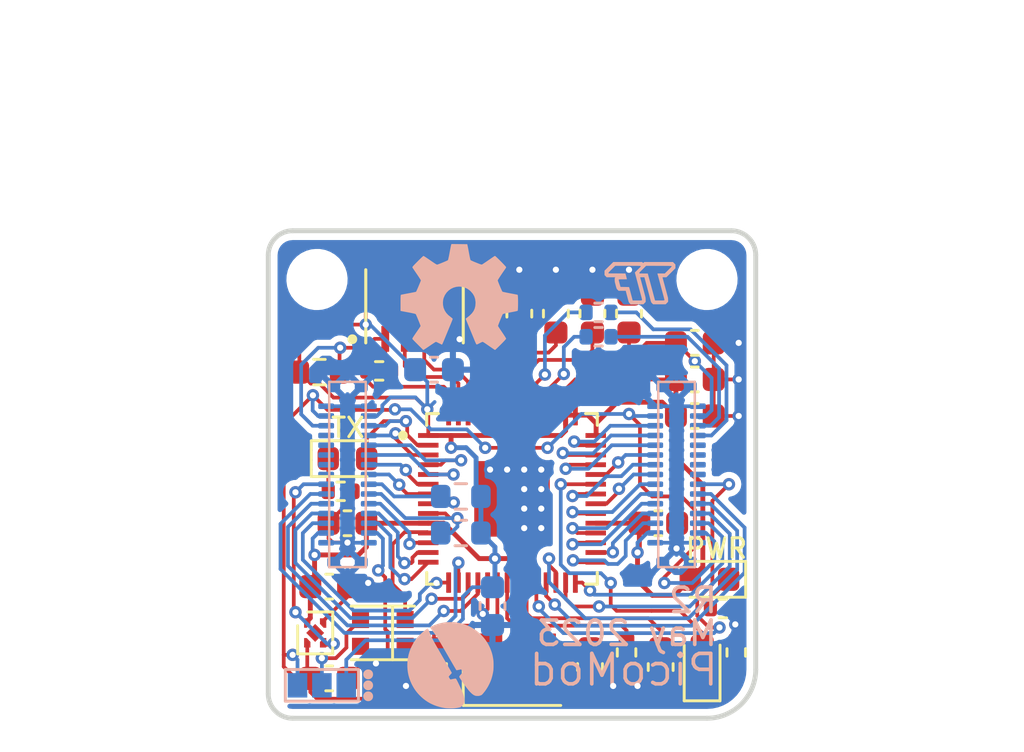
<source format=kicad_pcb>
(kicad_pcb (version 20221018) (generator pcbnew)
  (layers (0 "F.Cu" signal) (31 "B.Cu" signal) (34 "B.Paste" user) (35 "F.Paste" user) (36 "B.SilkS" user "B.Silkscreen") (37 "F.SilkS" user "F.Silkscreen") (38 "B.Mask" user) (39 "F.Mask" user) (44 "Edge.Cuts" user))
  (net 0 "")
  (net 1 "+3V3")
  (net 2 "GND")
  (net 3 "Net-(U1-VREG_VOUT)")
  (net 4 "/XIN")
  (net 5 "Net-(C14-Pad1)")
  (net 6 "+5V")
  (net 7 "Net-(D1-K)")
  (net 8 "/USB_DP")
  (net 9 "/USB_DM")
  (net 10 "/LED")
  (net 12 "/LED_DI")
  (net 22 "Net-(U1-USB_DM)")
  (net 23 "Net-(U1-USB_DP)")
  (net 24 "/TX0")
  (net 25 "/RX0")
  (net 26 "/SCK0")
  (net 27 "/MOSI0")
  (net 28 "/MISO0")
  (net 29 "/GPIO5")
  (net 30 "/qCSN")
  (net 31 "/XOUT")
  (net 32 "/SDA")
  (net 33 "/GPIO9")
  (net 34 "/GPIO10")
  (net 35 "/GPIO11")
  (net 36 "/MISO1")
  (net 37 "/SWCLK")
  (net 38 "/SWDIO")
  (net 39 "/RUN")
  (net 40 "/GPIO13")
  (net 41 "/SCK1")
  (net 42 "/qSD3")
  (net 43 "/qSD0")
  (net 44 "/qSD2")
  (net 45 "/qSD1")
  (net 46 "/MOSI1")
  (net 47 "/GPIO16")
  (net 48 "/GPIO17")
  (net 49 "/GPIO18")
  (net 50 "/GPIO19")
  (net 51 "/GPIO20")
  (net 52 "/GPIO21")
  (net 53 "/GPIO22")
  (net 54 "/GPIO23")
  (net 55 "/GPIO24")
  (net 56 "/ADC0")
  (net 57 "/ADC1")
  (net 58 "/ADC2")
  (net 59 "/ADC3")
  (net 60 "/SCL")
  (net 61 "Net-(D3-K)")
  (net 62 "Net-(D4-K)")
  (net 63 "/BOOTSEL")
  (net 64 "/qSCK")
  (net 65 "/VREG_EN")
  (net 66 "/LED_PWR")
  (footprint "Capacitor_SMD:C_0603_1608Metric" (layer "F.Cu") (at 36 32)
    (fp_text reference "C3" hide)
    (fp_text value "100n")
  )
  (footprint "Resistor_SMD:R_0402_1005Metric" (layer "F.Cu") (at 24.55 25.75)
    (fp_text reference "R3" hide)
    (fp_text value "1k")
  )
  (footprint "Capacitor_SMD:C_0603_1608Metric" (layer "F.Cu") (at 22.5 38.365)
    (fp_text reference "C15" hide)
    (fp_text value "1u")
  )
  (footprint "Resistor_SMD:R_0402_1005Metric" (layer "F.Cu") (at 39.2 37.3 90)
    (fp_text reference "R8" hide)
    (fp_text value "33")
  )
  (footprint "Capacitor_SMD:C_0603_1608Metric" (layer "F.Cu") (at 37.5 26.1)
    (fp_text reference "C4" hide)
    (fp_text value "100n")
  )
  (footprint "Resistor_SMD:R_0402_1005Metric" (layer "F.Cu") (at 22.97 30.69)
    (fp_text reference "R10" hide)
    (fp_text value "33")
  )
  (footprint "Capacitor_SMD:C_0603_1608Metric" (layer "F.Cu") (at 23.25 32 180)
    (fp_text reference "C12" hide)
    (fp_text value "100n")
  )
  (footprint "Customs_LED:LED_WS2812B_PLCC4_2.0x2.0mm_P0.4mm" (layer "F.Cu") (at 24.7 36.5)
    (fp_text reference "D2" hide)
    (fp_text value "WS2812B")
  )
  (footprint "Capacitor_SMD:C_0603_1608Metric" (layer "F.Cu") (at 33.3 23.4 90)
    (fp_text reference "C2" hide)
    (fp_text value "100n")
  )
  (footprint "Capacitor_SMD:C_0603_1608Metric" (layer "F.Cu") (at 37.5 27.6)
    (fp_text reference "C5" hide)
    (fp_text value "100n")
  )
  (footprint "MountingHole:MountingHole_2.2mm_M2_ISO7380" (layer "F.Cu") (at 22 22)
    (fp_text reference "REF**" hide)
    (fp_text value "MountingHole_2.2mm_M2_ISO7380")
  )
  (footprint "Customs_Memory:SON80P400X300X60-10N" (layer "F.Cu") (at 26 23.1 90)
    (fp_text reference "U2" hide)
    (fp_text value locked "MX25L3233FZBI")
  )
  (footprint "Resistor_SMD:R_0603_1608Metric" (layer "F.Cu") (at 22.1 25.8 180)
    (fp_text reference "R4" hide)
    (fp_text value "DNP")
  )
  (footprint "Capacitor_SMD:C_0603_1608Metric" (layer "F.Cu") (at 33.2 37.9 -90)
    (fp_text reference "C14" hide)
    (fp_text value "22pf")
  )
  (footprint "Capacitor_SMD:C_0603_1608Metric" (layer "F.Cu") (at 37.5 24.6)
    (fp_text reference "C11" hide)
    (fp_text value "1u")
  )
  (footprint "Capacitor_SMD:C_0603_1608Metric" (layer "F.Cu") (at 22.5 34.6)
    (fp_text reference "C16" hide)
    (fp_text value "1u")
  )
  (footprint "LED_SMD:LED_0603_1608Metric" (layer "F.Cu") (at 37.8 37.8 90)
    (fp_text reference "D1" hide)
    (fp_text value "LED")
  )
  (footprint "LED_SMD:LED_0603_1608Metric" (layer "F.Cu") (at 38.1 34.3 180)
    (fp_text reference "D3" hide)
    (fp_text value "LED")
  )
  (footprint "Crystal:Crystal_SMD_SeikoEpson_TSX3225-4Pin_3.2x2.5mm" (layer "F.Cu") (at 30 37.9)
    (fp_text reference "Y1" hide)
    (fp_text value "12MHz")
  )
  (footprint "Resistor_SMD:R_0402_1005Metric" (layer "F.Cu") (at 38.65 35.5)
    (fp_text reference "R9" hide)
    (fp_text value "33")
  )
  (footprint "MountingHole:MountingHole_2.2mm_M2_ISO7380" (layer "F.Cu") (at 38 22)
    (fp_text reference "REF**" hide)
    (fp_text value "MountingHole_2.2mm_M2_ISO7380")
  )
  (footprint "Capacitor_SMD:C_0603_1608Metric" (layer "F.Cu") (at 36.1 37.9 -90)
    (fp_text reference "C10" hide)
    (fp_text value "100n")
  )
  (footprint "Capacitor_SMD:C_0603_1608Metric" (layer "F.Cu") (at 26.8 37.9 -90)
    (fp_text reference "C13" hide)
    (fp_text value "22pf")
  )
  (footprint "RP2040:QFN40P700X700X90-57N" (layer "F.Cu") (at 30 31)
    (fp_text reference "U1" hide)
    (fp_text value "RP2040")
  )
  (footprint "Capacitor_SMD:C_0603_1608Metric" (layer "F.Cu") (at 31.8 23.4 90)
    (fp_text reference "C1" hide)
    (fp_text value "100n")
  )
  (footprint "LED_SMD:LED_0603_1608Metric" (layer "F.Cu") (at 23.25 29.35)
    (fp_text reference "D4" hide)
    (fp_text value "LED")
  )
  (footprint "Capacitor_SMD:C_0603_1608Metric" (layer "F.Cu") (at 30.3 23.4 90)
    (fp_text reference "C8" hide)
    (fp_text value "1u")
  )
  (footprint "Resistor_SMD:R_0402_1005Metric" (layer "F.Cu") (at 34.7 37.3 -90)
    (fp_text reference "R5" hide)
    (fp_text value "1k")
  )
  (footprint "Capacitor_SMD:C_0603_1608Metric" (layer "F.Cu") (at 34.8 23.4 90)
    (fp_text reference "C9" hide)
    (fp_text value "100n")
  )
  (footprint "Package_DFN_QFN:OnSemi_XDFN4-1EP_1.0x1.0mm_EP0.52x0.52mm" (layer "F.Cu") (at 21.925 36.5)
    (fp_text reference "U3" hide)
    (fp_text value "NCP163AFCT330T2G")
  )
  (footprint "LOGO" (layer "B.Cu") (at 35.25 22.15 180)
    (fp_text reference "G***" hide)
    (fp_text value "LOGO" hide)
  )
  (footprint "Resistor_SMD:R_0603_1608Metric" (layer "B.Cu") (at 27.9 30.9)
    (fp_text reference "R6" hide)
    (fp_text value "4.7k")
  )
  (footprint "Resistor_SMD:R_0402_1005Metric" (layer "B.Cu") (at 33.55 23.35)
    (fp_text reference "R2" hide)
    (fp_text value "27")
  )
  (footprint "Customs_Connectors:TE-3-2363962-0_30x0.4mm_Plug" (layer "B.Cu") (at 23.25 30 90)
    (fp_text reference "J3" hide)
    (fp_text value "Conn_02x15_Top_Bottom")
  )
  (footprint "Customs_Connectors:TE-3-2363962-0_30x0.4mm_Plug" (layer "B.Cu") (at 36.75 30 90)
    (fp_text reference "J2" hide)
    (fp_text value "Conn_02x15_Top_Bottom")
  )
  (footprint "LOGO" (layer "B.Cu") (at 27.85 22.75 180)
    (fp_text reference "G***" hide)
    (fp_text value "LOGO" hide)
  )
  (footprint "Resistor_SMD:R_0603_1608Metric" (layer "B.Cu") (at 27.9 32.4)
    (fp_text reference "R7" hide)
    (fp_text value "4.7k")
  )
  (footprint "Resistor_SMD:R_0402_1005Metric" (layer "B.Cu") (at 33.55 24.35)
    (fp_text reference "R1" hide)
    (fp_text value "27")
  )
  (footprint "Capacitor_SMD:C_0603_1608Metric" (layer "B.Cu") (at 29.2 35.4 -90)
    (fp_text reference "C6" hide)
    (fp_text value "100n")
  )
  (footprint "Jumper:SolderJumper-3_P1.3mm_Open_RoundedPad1.0x1.5mm" (layer "B.Cu") (at 22.2 38.65 180)
    (fp_text reference "JP1" hide)
    (fp_text value "SolderJumper_3_Bridged12")
  )
  (footprint "LOGO" (layer "B.Cu") (at 27.5 37.9 180)
    (fp_text reference "G***" hide)
    (fp_text value "LOGO" hide)
  )
  (footprint "Capacitor_SMD:C_0603_1608Metric" (layer "B.Cu") (at 26.8 25.7)
    (fp_text reference "C7" hide)
    (fp_text value "100n")
  )
  (gr_circle (center 24.1 38.65) (end 24.1 38.75) (stroke (width 0.2)) (fill none) (layer "B.SilkS"))
  (gr_circle (center 24.1 39.1) (end 24.1 39.2) (stroke (width 0.2)) (fill none) (layer "B.SilkS"))
  (gr_circle (center 24.1 38.2) (end 24.1 38.3) (stroke (width 0.2)) (fill none) (layer "B.SilkS"))
  (gr_arc (start 20 20.999993) (mid 20.292891 20.292889) (end 20.999993 19.999993) (stroke (width 0.2)) (layer "Edge.Cuts"))
  (gr_line (start 38 40) (end 21.000001 40) (stroke (width 0.2)) (layer "Edge.Cuts"))
  (gr_line (start 20.999993 19.999993) (end 39.000127 19.999873) (stroke (width 0.2)) (layer "Edge.Cuts"))
  (gr_arc (start 39.000127 19.999873) (mid 39.707161 20.292809) (end 40 20.999873) (stroke (width 0.2)) (layer "Edge.Cuts"))
  (gr_line (start 40 20.999873) (end 40 38) (stroke (width 0.2)) (layer "Edge.Cuts"))
  (gr_arc (start 40 38) (mid 39.414214 39.414214) (end 38 40) (stroke (width 0.2)) (layer "Edge.Cuts"))
  (gr_line (start 20.000001 39) (end 20 20.999993) (stroke (width 0.2)) (layer "Edge.Cuts"))
  (gr_arc (start 21.000001 40) (mid 20.292894 39.707107) (end 20.000001 39) (stroke (width 0.2)) (layer "Edge.Cuts"))
  (gr_text "R2" (at 38.5 35.75) (layer "B.SilkS") (effects (font (size 1 1)) (justify left bottom mirror)))
  (gr_text "May 2023" (at 38.5 37.1) (layer "B.SilkS") (effects (font (size 1 1)) (justify left bottom mirror)))
  (gr_text "PicoMod" (at 38.55 38.75) (layer "B.SilkS") (effects (font (size 1.25 1.25)) (justify left bottom mirror)))
  (gr_text "TX" (at 22.5 28.55) (layer "F.SilkS") (effects (font (size 0.8 0.8) (thickness 0.125)) (justify left bottom)))
  (gr_text "PWR" (at 37.05 33.5) (layer "F.SilkS") (effects (font (size 0.8 0.8) (thickness 0.125)) (justify left bottom)))
  (segment (start 30.6 25.8) (end 30.6 27.865) (width 0.1524) (layer "F.Cu") (net 1))
  (segment (start 36.725 24.6) (end 35.527658 24.6) (width 0.1524) (layer "F.Cu") (net 1))
  (segment (start 29.3 33.45) (end 30.05 33.45) (width 0.2) (layer "F.Cu") (net 1))
  (segment (start 35.527658 24.6) (end 35.1048 25.022858) (width 0.1524) (layer "F.Cu") (net 1))
  (segment (start 32.6 27.565) (end 33.115 27.565) (width 0.2) (layer "F.Cu") (net 1))
  (segment (start 32.6 27.865) (end 32.6 27.1) (width 0.1524) (layer "F.Cu") (net 1))
  (segment (start 31.5 25) (end 30.9 25) (width 0.1524) (layer "F.Cu") (net 1))
  (segment (start 32.2 27) (end 32.2 27.865) (width 0.1524) (layer "F.Cu") (net 1))
  (segment (start 35.1048 25.026252) (end 33.681052 26.45) (width 0.1524) (layer "F.Cu") (net 1))
  (segment (start 21.7424 26.2674) (end 22.0999 26.2674) (width 0.1524) (layer "F.Cu") (net 1))
  (segment (start 21.725 35.89) (end 21.6 36.015) (width 0.2) (layer "F.Cu") (net 1))
  (segment (start 35.15 34.35) (end 35.7569 34.9569) (width 0.2) (layer "F.Cu") (net 1))
  (segment (start 30.2 33.6) (end 30.2 34.435) (width 0.2) (layer "F.Cu") (net 1))
  (segment (start 26.044186 26.84534) (end 26.524423 27.325577) (width 0.1524) (layer "F.Cu") (net 1))
  (segment (start 37.8286 30.4286) (end 37.8286 33.7839) (width 0.2) (layer "F.Cu") (net 1))
  (segment (start 35.225 33.025) (end 35.15 33.1) (width 0.1524) (layer "F.Cu") (net 1))
  (segment (start 21.725 34.6) (end 21.9 34.425) (width 0.2) (layer "F.Cu") (net 1))
  (segment (start 24.025 32.975) (end 24.025 32) (width 0.2) (layer "F.Cu") (net 1))
  (segment (start 31.8 24.175) (end 31.8 24.7) (width 0.1524) (layer "F.Cu") (net 1))
  (segment (start 27.5 28.4) (end 30.2 28.4) (width 0.2) (layer "F.Cu") (net 1))
  (segment (start 30.2 27.565) (end 30.2 28.4) (width 0.2) (layer "F.Cu") (net 1))
  (segment (start 21.725 34.6) (end 21.725 35.89) (width 0.2) (layer "F.Cu") (net 1))
  (segment (start 35.15 33.1) (end 35.15 33.2) (width 0.1524) (layer "F.Cu") (net 1))
  (segment (start 21.9 33.3) (end 23.7 33.3) (width 0.2) (layer "F.Cu") (net 1))
  (segment (start 30.2 25.7) (end 30.2 27.865) (width 0.1524) (layer "F.Cu") (net 1))
  (segment (start 26.565 28.4) (end 27.5 28.4) (width 0.2) (layer "F.Cu") (net 1))
  (segment (start 24 22.1) (end 24.335 21.765) (width 0.1524) (layer "F.Cu") (net 1))
  (segment (start 33.45 28.385) (end 33.435 28.4) (width 0.1524) (layer "F.Cu") (net 1))
  (segment (start 32 28.4) (end 32.2 28.2) (width 0.2) (layer "F.Cu") (net 1))
  (segment (start 35.15 33.2) (end 35.15 34.35) (width 0.2) (layer "F.Cu") (net 1))
  (segment (start 26.565 27.366154) (end 26.565 28.4) (width 0.1524) (layer "F.Cu") (net 1))
  (segment (start 27.2 32) (end 26.565 32) (width 0.2) (layer "F.Cu") (net 1))
  (segment (start 24.025 32) (end 26.565 32) (width 0.2) (layer "F.Cu") (net 1))
  (segment (start 36.75 24.6) (end 37.5 25.35) (width 0.1524) (layer "F.Cu") (net 1))
  (segment (start 21.275 25.8) (end 21.7424 26.2674) (width 0.1524) (layer "F.Cu") (net 1))
  (segment (start 30.6 27.565) (end 30.6 28.4) (width 0.2) (layer "F.Cu") (net 1))
  (segment (start 30.2 28.4) (end 30.6 28.4) (width 0.2) (layer "F.Cu") (net 1))
  (segment (start 33.3 24.175) (end 33.3 24.9) (width 0.1524) (layer "F.Cu") (net 1))
  (segment (start 33.681052 26.45) (end 32.75 26.45) (width 0.1524) (layer "F.Cu") (net 1))
  (segment (start 33.3 24.9) (end 32.9 25.3) (width 0.1524) (layer "F.Cu") (net 1))
  (segment (start 36.725 27.6) (end 36.725 26.1) (width 0.2) (layer "F.Cu") (net 1))
  (segment (start 32.6 27.1) (end 32.95 26.75) (width 0.1524) (layer "F.Cu") (net 1))
  (segment (start 35.1048 25.022858) (end 35.1048 25.026252) (width 0.1524) (layer "F.Cu") (net 1))
  (segment (start 35.7569 34.9569) (end 36.6556 34.9569) (width 0.2) (layer "F.Cu") (net 1))
  (segment (start 36.1603 27.0353) (end 34.3147 27.0353) (width 0.2) (layer "F.Cu") (net 1))
  (segment (start 37.8286 33.7839) (end 37.3125 34.3) (width 0.2) (layer "F.Cu") (net 1))
  (segment (start 26.524423 27.325577) (end 26.565 27.366154) (width 0.1524) (layer "F.Cu") (net 1))
  (segment (start 33.45 27.9) (end 33.45 28.385) (width 0.2) (layer "F.Cu") (net 1))
  (segment (start 32.2 28.2) (end 32.2 27.565) (width 0.2) (layer "F.Cu") (net 1))
  (segment (start 23.7 33.3) (end 24.025 32.975) (width 0.2) (layer "F.Cu") (net 1))
  (segment (start 22.05 23.85) (end 21.275 24.625) (width 0.1524) (layer "F.Cu") (net 1))
  (segment (start 33.8 26.75) (end 34.45 26.1) (width 0.1524) (layer "F.Cu") (net 1))
  (segment (start 36.6556 34.9569) (end 37.3125 34.3) (width 0.2) (layer "F.Cu") (net 1))
  (segment (start 32.6 27.565) (end 32.2 27.565) (width 0.2) (layer "F.Cu") (net 1))
  (segment (start 31.8 24.7) (end 31.5 25) (width 0.1524) (layer "F.Cu") (net 1))
  (segment (start 30.05 33.45) (end 30.2 33.6) (width 0.2) (layer "F.Cu") (net 1))
  (segment (start 30.6 28.4) (end 32 28.4) (width 0.2) (layer "F.Cu") (net 1))
  (segment (start 31.1 25.3) (end 30.6 25.8) (width 0.1524) (layer "F.Cu") (net 1))
  (segment (start 24 23.85) (end 22.05 23.85) (width 0.1524) (layer "F.Cu") (net 1))
  (segment (start 36.725 27.6) (end 36.725 29.325) (width 0.2) (layer "F.Cu") (net 1))
  (segment (start 36.725 24.6) (end 36.75 24.6) (width 0.1524) (layer "F.Cu") (net 1))
  (segment (start 21.9 34.425) (end 21.9 33.3) (width 0.2) (layer "F.Cu") (net 1))
  (segment (start 33.115 27.565) (end 33.45 27.9) (width 0.2) (layer "F.Cu") (net 1))
  (segment (start 36.725 24.6) (end 36.725 26.1) (width 0.2) (layer "F.Cu") (net 1))
  (segment (start 34.3147 27.0353) (end 33.45 27.9) (width 0.2) (layer "F.Cu") (net 1))
  (segment (start 27.5 28.9) (end 27.5 28.4) (width 0.2) (layer "F.Cu") (net 1))
  (segment (start 32.9 25.3) (end 31.1 25.3) (width 0.1524) (layer "F.Cu") (net 1))
  (segment (start 32.95 26.75) (end 33.8 26.75) (width 0.1524) (layer "F.Cu") (net 1))
  (segment (start 33.435 32) (end 35.225 32) (width 0.2) (layer "F.Cu") (net 1))
  (segment (start 35.225 32) (end 35.225 33.025) (width 0.2) (layer "F.Cu") (net 1))
  (segment (start 22.67784 26.84534) (end 26.044186 26.84534) (width 0.1524) (layer "F.Cu") (net 1))
  (segment (start 24 23.85) (end 24 22.1) (width 0.1524) (layer "F.Cu") (net 1))
  (segment (start 24.335 21.765) (end 24.8 21.765) (width 0.1524) (layer "F.Cu") (net 1))
  (segment (start 36.725 27.6) (end 36.1603 27.0353) (width 0.2) (layer "F.Cu") (net 1))
  (segment (start 22.0999 26.2674) (end 22.67784 26.84534) (width 0.1524) (layer "F.Cu") (net 1))
  (segment (start 32.75 26.45) (end 32.2 27) (width 0.1524) (layer "F.Cu") (net 1))
  (segment (start 29.3 33.45) (end 28.65 33.45) (width 0.2) (layer "F.Cu") (net 1))
  (segment (start 34.45 26.1) (end 36.725 26.1) (width 0.1524) (layer "F.Cu") (net 1))
  (segment (start 30.9 25) (end 30.2 25.7) (width 0.1524) (layer "F.Cu") (net 1))
  (segment (start 28.65 33.45) (end 27.2 32) (width 0.2) (layer "F.Cu") (net 1))
  (segment (start 36.725 29.325) (end 37.8286 30.4286) (width 0.2) (layer "F.Cu") (net 1))
  (segment (start 21.275 24.625) (end 21.275 25.8) (width 0.1524) (layer "F.Cu") (net 1))
  (via (at 24 23.85) (size 0.508) (drill 0.254) (layers "F.Cu" "B.Cu") (net 1))
  (via (at 29.3 33.45) (size 0.508) (drill 0.254) (layers "F.Cu" "B.Cu") (net 1))
  (via (at 37.5 25.35) (size 0.508) (drill 0.254) (layers "F.Cu" "B.Cu") (net 1))
  (via (at 26.524423 27.325577) (size 0.508) (drill 0.254) (layers "F.Cu" "B.Cu") (net 1))
  (via (at 35.15 33.2) (size 0.508) (drill 0.254) (layers "F.Cu" "B.Cu") (net 1))
  (via (at 27.5 28.9) (size 0.508) (drill 0.254) (layers "F.Cu" "B.Cu") (net 1))
  (via (at 21.9 33.3) (size 0.508) (drill 0.254) (layers "F.Cu" "B.Cu") (net 1))
  (segment (start 23.9982 36.8018) (end 27.111752 36.8018) (width 0.1524) (layer "B.Cu") (net 1))
  (segment (start 27.111752 36.8018) (end 27.9874 35.926152) (width 0.1524) (layer "B.Cu") (net 1))
  (segment (start 22.045393 32.4) (end 22.375 32.4) (width 0.1524) (layer "B.Cu") (net 1))
  (segment (start 35.545393 32.4) (end 35.875 32.4) (width 0.1524) (layer "B.Cu") (net 1))
  (segment (start 37.6814 27.6564) (end 37.85 27.6564) (width 0.1524) (layer "B.Cu") (net 1))
  (segment (start 38.1904 27.364207) (end 38.1904 26.0404) (width 0.1524) (layer "B.Cu") (net 1))
  (segment (start 28.526698 30.701698) (end 28.725 30.9) (width 0.2) (layer "B.Cu") (net 1))
  (segment (start 21.8214 32.623993) (end 22.045393 32.4) (width 0.1524) (layer "B.Cu") (net 1))
  (segment (start 24.6786 27.163727) (end 24.6786 27.376007) (width 0.1524) (layer "B.Cu") (net 1))
  (segment (start 37.625 27.6) (end 37.6814 27.6564) (width 0.1524) (layer "B.Cu") (net 1))
  (segment (start 29.3 32.975) (end 28.725 32.4) (width 0.2) (layer "B.Cu") (net 1))
  (segment (start 37.954607 27.6) (end 38.1904 27.364207) (width 0.1524) (layer "B.Cu") (net 1))
  (segment (start 26.524423 27.325577) (end 26.033133 26.834287) (width 0.1524) (layer "B.Cu") (net 1))
  (segment (start 29.3 33.45) (end 29.3 32.975) (width 0.2) (layer "B.Cu") (net 1))
  (segment (start 21.9 33.3) (end 21.9 33.275) (width 0.1524) (layer "B.Cu") (net 1))
  (segment (start 38.1904 26.0404) (end 37.5 25.35) (width 0.1524) (layer "B.Cu") (net 1))
  (segment (start 27.9874 35.0126) (end 28.375 34.625) (width 0.1524) (layer "B.Cu") (net 1))
  (segment (start 23.9982 36.8018) (end 23.2 37.6) (width 0.1524) (layer "B.Cu") (net 1))
  (segment (start 21.9 33.3) (end 21.8214 33.2214) (width 0.1524) (layer "B.Cu") (net 1))
  (segment (start 28.375 34.625) (end 29.2 34.625) (width 0.1524) (layer "B.Cu") (net 1))
  (segment (start 24.175 23.85) (end 26.025 25.7) (width 0.1524) (layer "B.Cu") (net 1))
  (segment (start 24 23.85) (end 24.175 23.85) (width 0.1524) (layer "B.Cu") (net 1))
  (segment (start 28.725 30.9) (end 28.725 32.4) (width 0.2) (layer "B.Cu") (net 1))
  (segment (start 35.15 32.795393) (end 35.545393 32.4) (width 0.1524) (layer "B.Cu") (net 1))
  (segment (start 28.114703 28.9) (end 28.526698 29.311995) (width 0.2) (layer "B.Cu") (net 1))
  (segment (start 29.3 34.525) (end 29.2 34.625) (width 0.2) (layer "B.Cu") (net 1))
  (segment (start 24.6786 27.376007) (end 24.454607 27.6) (width 0.1524) (layer "B.Cu") (net 1))
  (segment (start 25.00804 26.834287) (end 24.6786 27.163727) (width 0.1524) (layer "B.Cu") (net 1))
  (segment (start 37.625 27.6) (end 37.954607 27.6) (width 0.1524) (layer "B.Cu") (net 1))
  (segment (start 26.033133 26.834287) (end 25.00804 26.834287) (width 0.1524) (layer "B.Cu") (net 1))
  (segment (start 23.2 37.6) (end 23.2 38.65) (width 0.1524) (layer "B.Cu") (net 1))
  (segment (start 26.025 25.7) (end 26.524423 26.199423) (width 0.1524) (layer "B.Cu") (net 1))
  (segment (start 27.5 28.9) (end 28.114703 28.9) (width 0.2) (layer "B.Cu") (net 1))
  (segment (start 28.526698 29.311995) (end 28.526698 30.701698) (width 0.2) (layer "B.Cu") (net 1))
  (segment (start 29.3 33.45) (end 29.3 34.525) (width 0.2) (layer "B.Cu") (net 1))
  (segment (start 26.524423 26.199423) (end 26.524423 27.325577) (width 0.1524) (layer "B.Cu") (net 1))
  (segment (start 35.15 33.2) (end 35.15 32.795393) (width 0.1524) (layer "B.Cu") (net 1))
  (segment (start 27.9874 35.926152) (end 27.9874 35.0126) (width 0.1524) (layer "B.Cu") (net 1))
  (segment (start 21.8214 33.2214) (end 21.8214 32.623993) (width 0.1524) (layer "B.Cu") (net 1))
  (segment (start 26.524423 27.325577) (end 26.825 27.025) (width 0.1524) (layer "B.Cu") (net 1))
  (segment (start 24.454607 27.6) (end 24.125 27.6) (width 0.1524) (layer "B.Cu") (net 1))
  (segment (start 23.275 34.99) (end 22.25 36.015) (width 0.1524) (layer "F.Cu") (net 2))
  (segment (start 25.65 38.675226) (end 26.799774 38.675226) (width 0.1524) (layer "F.Cu") (net 2))
  (segment (start 22.6441 32.7941) (end 22.475 32.625) (width 0.1524) (layer "F.Cu") (net 2))
  (segment (start 39.16 36.15) (end 39.16 35.4) (width 0.1524) (layer "F.Cu") (net 2))
  (segment (start 23.426608 34.448392) (end 23.275 34.6) (width 0.1524) (layer "F.Cu") (net 2))
  (segment (start 31.8 22.625) (end 31.8 21.6) (width 0.1524) (layer "F.Cu") (net 2))
  (segment (start 26.799774 38.675226) (end 26.8 38.675) (width 0.1524) (layer "F.Cu") (net 2))
  (segment (start 38.275 27.6) (end 39.3 27.6) (width 0.1524) (layer "F.Cu") (net 2))
  (segment (start 27.2 24.435) (end 27.835 24.435) (width 0.1524) (layer "F.Cu") (net 2))
  (segment (start 38.275 26.1) (end 38.275 24.6) (width 0.1524) (layer "F.Cu") (net 2))
  (segment (start 27.835 24.435) (end 27.85 24.45) (width 0.1524) (layer "F.Cu") (net 2))
  (segment (start 38.275 24.6) (end 39.3 24.6) (width 0.1524) (layer "F.Cu") (net 2))
  (segment (start 33.3 22.625) (end 33.3 21.6) (width 0.1524) (layer "F.Cu") (net 2))
  (segment (start 39.2 36.79) (end 39.2 36.25) (width 0.1524) (layer "F.Cu") (net 2))
  (segment (start 23.48 30.97) (end 23.48 30.69) (width 0.1524) (layer "F.Cu") (net 2))
  (segment (start 25.615 38.640226) (end 25.615 37.05) (width 0.1524) (layer "F.Cu") (net 2))
  (segment (start 28.8 35.7196) (end 29 35.5196) (width 0.1524) (layer "F.Cu") (net 2))
  (segment (start 25.65 38.675226) (end 25.615 38.640226) (width 0.1524) (layer "F.Cu") (net 2))
  (segment (start 36.1 38.675) (end 33.2 38.675) (width 0.1524) (layer "F.Cu") (net 2))
  (segment (start 38.275 27.6) (end 38.275 26.1) (width 0.1524) (layer "F.Cu") (net 2))
  (segment (start 29 35.5196) (end 29 34.435) (width 0.1524) (layer "F.Cu") (net 2))
  (segment (start 22.475 32) (end 22.475 31.975) (width 0.1524) (layer "F.Cu") (net 2))
  (segment (start 23.275 34.6) (end 23.275 34.99) (width 0.1524) (layer "F.Cu") (net 2))
  (segment (start 34.8 22.625) (end 34.8 21.6) (width 0.1524) (layer "F.Cu") (net 2))
  (segment (start 36.775 32) (end 36.775 33.01) (width 0.1524) (layer "F.Cu") (net 2))
  (segment (start 30.3 22.625) (end 30.3 21.6) (width 0.1524) (layer "F.Cu") (net 2))
  (segment (start 23.89 37.75) (end 23.275 38.365) (width 0.1524) (layer "F.Cu") (net 2))
  (segment (start 24.4179 37.75) (end 23.89 37.75) (width 0.1524) (layer "F.Cu") (net 2))
  (segment (start 23.25 32.7941) (end 22.6441 32.7941) (width 0.1524) (layer "F.Cu") (net 2))
  (segment (start 38.275 26.1) (end 39.3 26.1) (width 0.1524) (layer "F.Cu") (net 2))
  (segment (start 24.098874 34.448392) (end 23.426608 34.448392) (width 0.1524) (layer "F.Cu") (net 2))
  (segment (start 22.475 31.975) (end 23.48 30.97) (width 0.1524) (layer "F.Cu") (net 2))
  (segment (start 36.775 33.01) (end 36.75 33.035) (width 0.1524) (layer "F.Cu") (net 2))
  (segment (start 22.475 32.625) (end 22.475 32) (width 0.1524) (layer "F.Cu") (net 2))
  (via (at 28.8 35.7196) (size 0.508) (drill 0.254) (layers "F.Cu" "B.Cu") (net 2))
  (via (at 31.2 30.6) (size 0.508) (drill 0.254) (layers "F.Cu" "B.Cu") (net 2))
  (via (at 29.1 29.8) (size 0.508) (drill 0.254) (layers "F.Cu" "B.Cu") (net 2))
  (via (at 25.65 38.675226) (size 0.508) (drill 0.254) (layers "F.Cu" "B.Cu") (net 2))
  (via (at 24.4179 37.75) (size 0.508) (drill 0.254) (layers "F.Cu" "B.Cu") (net 2))
  (via (at 34.15 38.675) (size 0.508) (drill 0.254) (layers "F.Cu" "B.Cu") (net 2))
  (via (at 35.15 38.675) (size 0.508) (drill 0.254) (layers "F.Cu" "B.Cu") (net 2))
  (via (at 29.8 29.8) (size 0.508) (drill 0.254) (layers "F.Cu" "B.Cu") (net 2))
  (via (at 39.3 26.1) (size 0.508) (drill 0.254) (layers "F.Cu" "B.Cu") (net 2))
  (via (at 36.75 33.035) (size 0.508) (drill 0.254) (layers "F.Cu" "B.Cu") (net 2))
  (via (at 30.3 21.6) (size 0.508) (drill 0.254) (layers "F.Cu" "B.Cu") (net 2))
  (via (at 30.5 32.2) (size 0.508) (drill 0.254) (layers "F.Cu" "B.Cu") (net 2))
  (via (at 31.2 29.8) (size 0.508) (drill 0.254) (layers "F.Cu" "B.Cu") (net 2))
  (via (at 23.25 32.7941) (size 0.508) (drill 0.254) (layers "F.Cu" "B.Cu") (net 2))
  (via (at 39.3 27.6) (size 0.508) (drill 0.254) (layers "F.Cu" "B.Cu") (net 2))
  (via (at 27.85 24.45) (size 0.508) (drill 0.254) (layers "F.Cu" "B.Cu") (net 2))
  (via (at 31.8 21.6) (size 0.508) (drill 0.254) (layers "F.Cu" "B.Cu") (net 2))
  (via (at 24.098874 34.448392) (size 0.508) (drill 0.254) (layers "F.Cu" "B.Cu") (net 2))
  (via (at 30.5 29.8) (size 0.508) (drill 0.254) (layers "F.Cu" "B.Cu") (net 2))
  (via (at 30.5 30.6) (size 0.508) (drill 0.254) (layers "F.Cu" "B.Cu") (net 2))
  (via (at 30.5 31.4) (size 0.508) (drill 0.254) (layers "F.Cu" "B.Cu") (net 2))
  (via (at 33.3 21.6) (size 0.508) (drill 0.254) (layers "F.Cu" "B.Cu") (net 2))
  (via (at 39.3 24.6) (size 0.508) (drill 0.254) (layers "F.Cu" "B.Cu") (net 2))
  (via (at 31.2 32.2) (size 0.508) (drill 0.254) (layers "F.Cu" "B.Cu") (net 2))
  (via (at 31.2 31.4) (size 0.508) (drill 0.254) (layers "F.Cu" "B.Cu") (net 2))
  (via (at 39.16 36.15) (size 0.508) (drill 0.254) (layers "F.Cu" "B.Cu") (net 2))
  (via (at 34.8 21.6) (size 0.508) (drill 0.254) (layers "F.Cu" "B.Cu") (net 2))
  (segment (start 23.25 27.2) (end 22.375 27.2) (width 0.1524) (layer "B.Cu") (net 2))
  (segment (start 36.75 27.2) (end 36.75 26.965) (width 0.1524) (layer "B.Cu") (net 2))
  (segment (start 36.75 33.035) (end 37.315 33.6) (width 0.1524) (layer "B.Cu") (net 2))
  (segment (start 36.185 26.4) (end 36.75 26.965) (width 0.1524) (layer "B.Cu") (net 2))
  (segment (start 23.25 33.035) (end 23.815 33.6) (width 0.1524) (layer "B.Cu") (net 2))
  (segment (start 23.25 32.8) (end 23.25 33.035) (width 0.1524) (layer "B.Cu") (net 2))
  (segment (start 36.75 33.035) (end 36.75 32.8) (width 0.1524) (layer "B.Cu") (net 2))
  (segment (start 35.875 27.2) (end 36.75 27.2) (width 0.1524) (layer "B.Cu") (net 2))
  (segment (start 23.25 27.2) (end 23.25 26.965) (width 0.1524) (layer "B.Cu") (net 2))
  (segment (start 36.75 27.2) (end 37.625 27.2) (width 0.1524) (layer "B.Cu") (net 2))
  (segment (start 23.25 26.965) (end 22.685 26.4) (width 0.1524) (layer "B.Cu") (net 2))
  (segment (start 36.75 32.8) (end 37.625 32.8) (width 0.1524) (layer "B.Cu") (net 2))
  (segment (start 24.125 27.2) (end 23.25 27.2) (width 0.1524) (layer "B.Cu") (net 2))
  (segment (start 35.875 32.8) (end 36.75 32.8) (width 0.1524) (layer "B.Cu") (net 2))
  (segment (start 36.75 26.965) (end 37.315 26.4) (width 0.1524) (layer "B.Cu") (net 2))
  (segment (start 23.815 26.4) (end 23.25 26.965) (width 0.1524) (layer "B.Cu") (net 2))
  (segment (start 23.25 32.8) (end 24.125 32.8) (width 0.1524) (layer "B.Cu") (net 2))
  (segment (start 22.375 32.8) (end 23.25 32.8) (width 0.1524) (layer "B.Cu") (net 2))
  (segment (start 23.25 33.035) (end 22.685 33.6) (width 0.1524) (layer "B.Cu") (net 2))
  (segment (start 36.185 33.6) (end 36.75 33.035) (width 0.1524) (layer "B.Cu") (net 2))
  (segment (start 30.3 24.175) (end 30.3 25.1) (width 0.1524) (layer "F.Cu") (net 3))
  (segment (start 33.55 26.1) (end 34.8 24.85) (width 0.1524) (layer "F.Cu") (net 3))
  (segment (start 30.6 35.7) (end 30.7976 35.8976) (width 0.1524) (layer "F.Cu") (net 3))
  (segment (start 30.6 34.435) (end 30.6 35.7) (width 0.1524) (layer "F.Cu") (net 3))
  (segment (start 31.8 26.9) (end 32.6 26.1) (width 0.1524) (layer "F.Cu") (net 3))
  (segment (start 35.5976 35.8976) (end 36.1 36.4) (width 0.1524) (layer "F.Cu") (net 3))
  (segment (start 30.7976 35.8976) (end 35.5976 35.8976) (width 0.1524) (layer "F.Cu") (net 3))
  (segment (start 34.8 24.85) (end 34.8 24.175) (width 0.1524) (layer "F.Cu") (net 3))
  (segment (start 31.8 27.865) (end 31.8 26.9) (width 0.1524) (layer "F.Cu") (net 3))
  (segment (start 29.8 25.6) (end 29.8 27.865) (width 0.1524) (layer "F.Cu") (net 3))
  (segment (start 32.6 26.1) (end 33.55 26.1) (width 0.1524) (layer "F.Cu") (net 3))
  (segment (start 36.1 36.4) (end 36.1 37.125) (width 0.1524) (layer "F.Cu") (net 3))
  (segment (start 30.3 25.1) (end 29.8 25.6) (width 0.1524) (layer "F.Cu") (net 3))
  (segment (start 27.0983 36.2017) (end 26.8 36.5) (width 0.1524) (layer "F.Cu") (net 4))
  (segment (start 26.8 37.125) (end 27.425 37.125) (width 0.1524) (layer "F.Cu") (net 4))
  (segment (start 29.0983 36.2017) (end 27.0983 36.2017) (width 0.1524) (layer "F.Cu") (net 4))
  (segment (start 27.7 38.4) (end 28 38.7) (width 0.1524) (layer "F.Cu") (net 4))
  (segment (start 26.785 37.31) (end 26.8 37.325) (width 0.1524) (layer "F.Cu") (net 4))
  (segment (start 27.425 37.125) (end 27.7 37.4) (width 0.1524) (layer "F.Cu") (net 4))
  (segment (start 27.7 37.4) (end 27.7 38.4) (width 0.1524) (layer "F.Cu") (net 4))
  (segment (start 29.4 35.9) (end 29.0983 36.2017) (width 0.1524) (layer "F.Cu") (net 4))
  (segment (start 28 38.7) (end 28.9 38.7) (width 0.1524) (layer "F.Cu") (net 4))
  (segment (start 29.4 34.435) (end 29.4 35.9) (width 0.1524) (layer "F.Cu") (net 4))
  (segment (start 26.825 37.3) (end 26.8 37.325) (width 0.1524) (layer "F.Cu") (net 4))
  (segment (start 26.8 36.5) (end 26.8 37.125) (width 0.1524) (layer "F.Cu") (net 4))
  (segment (start 31.1 38.7) (end 32 38.7) (width 0.1524) (layer "F.Cu") (net 5))
  (segment (start 34 37.6) (end 34.21 37.81) (width 0.1524) (layer "F.Cu") (net 5))
  (segment (start 32.575 37.125) (end 33.2 37.125) (width 0.1524) (layer "F.Cu") (net 5))
  (segment (start 32 38.7) (end 32.3 38.4) (width 0.1524) (layer "F.Cu") (net 5))
  (segment (start 33.825 37.125) (end 34 37.3) (width 0.1524) (layer "F.Cu") (net 5))
  (segment (start 32.3 38.4) (end 32.3 37.4) (width 0.1524) (layer "F.Cu") (net 5))
  (segment (start 34 37.3) (end 34 37.6) (width 0.1524) (layer "F.Cu") (net 5))
  (segment (start 34.21 37.81) (end 34.7 37.81) (width 0.1524) (layer "F.Cu") (net 5))
  (segment (start 32.3 37.4) (end 32.575 37.125) (width 0.1524) (layer "F.Cu") (net 5))
  (segment (start 33.2 37.125) (end 33.825 37.125) (width 0.1524) (layer "F.Cu") (net 5))
  (segment (start 21 37.4) (end 20.634501 37.4) (width 0.1524) (layer "F.Cu") (net 6))
  (segment (start 35.25 30.4) (end 35.75 30.9) (width 0.1524) (layer "F.Cu") (net 6))
  (segment (start 25.174827 27.35) (end 25.197387 27.32744) (width 0.1524) (layer "F.Cu") (net 6))
  (segment (start 24.512628 33.93431) (end 24.798182 34.219864) (width 0.1524) (layer "F.Cu") (net 6))
  (segment (start 21.725 38.365) (end 21.75 38.34) (width 0.1524) (layer "F.Cu") (net 6))
  (segment (start 21.115 38.365) (end 21.725 38.365) (width 0.1524) (layer "F.Cu") (net 6))
  (segment (start 35.75 30.9) (end 36.95 30.9) (width 0.1524) (layer "F.Cu") (net 6))
  (segment (start 21.6 36.985) (end 21.6 38.24) (width 0.1524) (layer "F.Cu") (net 6))
  (segment (start 21.8321 26.75) (end 20.634501 27.947599) (width 0.1524) (layer "F.Cu") (net 6))
  (segment (start 22 39.2) (end 21.725 38.925) (width 0.1524) (layer "F.Cu") (net 6))
  (segment (start 35.25 27.9679) (end 35.25 30.4) (width 0.1524) (layer "F.Cu") (net 6))
  (segment (start 21.8321 26.75) (end 22.4321 27.35) (width 0.1524) (layer "F.Cu") (net 6))
  (segment (start 20.634501 27.947599) (end 20.634501 37.4) (width 0.1524) (layer "F.Cu") (net 6))
  (segment (start 24.9005 38.5995) (end 24.3 39.2) (width 0.1524) (layer "F.Cu") (net 6))
  (segment (start 34.8 27.5179) (end 35.25 27.9679) (width 0.1524) (layer "F.Cu") (net 6))
  (segment (start 36.95 30.9) (end 37.5 31.45) (width 0.1524) (layer "F.Cu") (net 6))
  (segment (start 37.5 31.45) (end 37.5 32.9675) (width 0.1524) (layer "F.Cu") (net 6))
  (segment (start 28.9 28.9059) (end 31.458025 28.9059) (width 0.1524) (layer "F.Cu") (net 6))
  (segment (start 24.9005 36.4505) (end 24.9005 38.5995) (width 0.1524) (layer "F.Cu") (net 6))
  (segment (start 37.5 32.9675) (end 36.25 34.2175) (width 0.1524) (layer "F.Cu") (net 6))
  (segment (start 21.6 38.24) (end 21.725 38.365) (width 0.1524) (layer "F.Cu") (net 6))
  (segment (start 20.634501 37.884501) (end 21.115 38.365) (width 0.1524) (layer "F.Cu") (net 6))
  (segment (start 22.4321 27.35) (end 25.174827 27.35) (width 0.1524) (layer "F.Cu") (net 6))
  (segment (start 24.798182 36.348182) (end 24.9005 36.4505) (width 0.1524) (layer "F.Cu") (net 6))
  (segment (start 24.3 39.2) (end 22 39.2) (width 0.1524) (layer "F.Cu") (net 6))
  (segment (start 24.798182 34.219864) (end 24.798182 36.348182) (width 0.1524) (layer "F.Cu") (net 6))
  (segment (start 20.634501 37.4) (end 20.634501 37.884501) (width 0.1524) (layer "F.Cu") (net 6))
  (segment (start 21.725 38.925) (end 21.725 38.365) (width 0.1524) (layer "F.Cu") (net 6))
  (segment (start 36.25 34.2175) (end 36.25 34.4505) (width 0.1524) (layer "F.Cu") (net 6))
  (via (at 25.197387 27.32744) (size 0.508) (drill 0.254) (layers "F.Cu" "B.Cu") (net 6))
  (via (at 21.8321 26.75) (size 0.508) (drill 0.254) (layers "F.Cu" "B.Cu") (net 6))
  (via (at 21 37.4) (size 0.508) (drill 0.254) (layers "F.Cu" "B.Cu") (net 6))
  (via (at 28.9 28.9059) (size 0.508) (drill 0.254) (layers "F.Cu" "B.Cu") (net 6))
  (via (at 24.512628 33.93431) (size 0.508) (drill 0.254) (layers "F.Cu" "B.Cu") (net 6))
  (via (at 31.458025 28.9059) (size 0.508) (drill 0.254) (layers "F.Cu" "B.Cu") (net 6))
  (via (at 34.8 27.5179) (size 0.508) (drill 0.254) (layers "F.Cu" "B.Cu") (net 6))
  (via (at 36.25 34.4505) (size 0.508) (drill 0.254) (layers "F.Cu" "B.Cu") (net 6))
  (segment (start 21.2 37.6) (end 21 37.4) (width 0.1524) (layer "B.Cu") (net 6))
  (segment (start 32.846025 27.5179) (end 34.8 27.5179) (width 0.1524) (layer "B.Cu") (net 6))
  (segment (start 37.625 32.4) (end 37.954608 32.4) (width 0.1524) (layer "B.Cu") (net 6))
  (segment (start 37.954608 32.4) (end 38.3 32.745392) (width 0.1524) (layer "B.Cu") (net 6))
  (segment (start 34.8821 27.6) (end 35.875 27.6) (width 0.1524) (layer "B.Cu") (net 6))
  (segment (start 25.843786 27.32744) (end 25.197387 27.32744) (width 0.1524) (layer "B.Cu") (net 6))
  (segment (start 38.3 33.54474) (end 37.39424 34.4505) (width 0.1524) (layer "B.Cu") (net 6))
  (segment (start 34.8 27.5179) (end 34.8821 27.6) (width 0.1524) (layer "B.Cu") (net 6))
  (segment (start 21.8214 26.7607) (end 21.8214 27.376007) (width 0.1524) (layer "B.Cu") (net 6))
  (segment (start 31.458025 28.9059) (end 32.846025 27.5179) (width 0.1524) (layer "B.Cu") (net 6))
  (segment (start 37.39424 34.4505) (end 36.25 34.4505) (width 0.1524) (layer "B.Cu") (net 6))
  (segment (start 24.125 32.4) (end 24.468948 32.4) (width 0.1524) (layer "B.Cu") (net 6))
  (segment (start 24.704486 33.742452) (end 24.704486 32.635538) (width 0.1524) (layer "B.Cu") (net 6))
  (segment (start 21.8214 27.376007) (end 22.045393 27.6) (width 0.1524) (layer "B.Cu") (net 6))
  (segment (start 28.9 28.9) (end 28.15 28.15) (width 0.1524) (layer "B.Cu") (net 6))
  (segment (start 28.15 28.15) (end 26.666346 28.15) (width 0.1524) (layer "B.Cu") (net 6))
  (segment (start 26.666346 28.15) (end 25.843786 27.32744) (width 0.1524) (layer "B.Cu") (net 6))
  (segment (start 21.8321 26.75) (end 21.8214 26.7607) (width 0.1524) (layer "B.Cu") (net 6))
  (segment (start 38.3 32.745392) (end 38.3 33.54474) (width 0.1524) (layer "B.Cu") (net 6))
  (segment (start 24.512628 33.93431) (end 24.704486 33.742452) (width 0.1524) (layer "B.Cu") (net 6))
  (segment (start 28.9 28.9059) (end 28.9 28.9) (width 0.1524) (layer "B.Cu") (net 6))
  (segment (start 22.045393 27.6) (end 22.375 27.6) (width 0.1524) (layer "B.Cu") (net 6))
  (segment (start 21.2 38.65) (end 21.2 37.6) (width 0.1524) (layer "B.Cu") (net 6))
  (segment (start 24.468948 32.4) (end 24.704486 32.635538) (width 0.1524) (layer "B.Cu") (net 6))
  (segment (start 39.2 37.81) (end 39.2 38.3) (width 0.1524) (layer "F.Cu") (net 7))
  (segment (start 38.9125 38.5875) (end 37.8 38.5875) (width 0.1524) (layer "F.Cu") (net 7))
  (segment (start 39.2 38.3) (end 38.9125 38.5875) (width 0.1524) (layer "F.Cu") (net 7))
  (segment (start 38.8 25.518948) (end 38.8 27.781052) (width 0.1524) (layer "B.Cu") (net 8))
  (segment (start 38.8 27.781052) (end 38.181052 28.4) (width 0.1524) (layer "B.Cu") (net 8))
  (segment (start 34.06 23.35) (end 35.1 23.35) (width 0.1524) (layer "B.Cu") (net 8))
  (segment (start 38.181052 28.4) (end 37.625 28.4) (width 0.1524) (layer "B.Cu") (net 8))
  (segment (start 35.1 23.35) (end 35.7952 24.0452) (width 0.1524) (layer "B.Cu") (net 8))
  (segment (start 35.7952 24.0452) (end 37.326252 24.0452) (width 0.1524) (layer "B.Cu") (net 8))
  (segment (start 37.326252 24.0452) (end 38.8 25.518948) (width 0.1524) (layer "B.Cu") (net 8))
  (segment (start 38.4952 25.6452) (end 38.4952 27.6548) (width 0.1524) (layer "B.Cu") (net 9))
  (segment (start 38.15 28) (end 37.625 28) (width 0.1524) (layer "B.Cu") (net 9))
  (segment (start 34.06 24.35) (end 37.2 24.35) (width 0.1524) (layer "B.Cu") (net 9))
  (segment (start 37.2 24.35) (end 38.4952 25.6452) (width 0.1524) (layer "B.Cu") (net 9))
  (segment (start 38.4952 27.6548) (end 38.15 28) (width 0.1524) (layer "B.Cu") (net 9))
  (segment (start 34.2928 35.5928) (end 35.723852 35.5928) (width 0.1524) (layer "F.Cu") (net 10))
  (segment (start 33.435 30.4) (end 32 30.4) (width 0.1524) (layer "F.Cu") (net 10))
  (segment (start 37.8 36.5) (end 37.8 37.0125) (width 0.1524) (layer "F.Cu") (net 10))
  (segment (start 34.05 35.35) (end 34.2928 35.5928) (width 0.1524) (layer "F.Cu") (net 10))
  (segment (start 35.723852 35.5928) (end 35.725052 35.594) (width 0.1524) (layer "F.Cu") (net 10))
  (segment (start 36.894 35.594) (end 37.8 36.5) (width 0.1524) (layer "F.Cu") (net 10))
  (segment (start 35.725052 35.594) (end 36.894 35.594) (width 0.1524) (layer "F.Cu") (net 10))
  (segment (start 34.05 34.45) (end 34.05 35.35) (width 0.1524) (layer "F.Cu") (net 10))
  (via (at 32 30.4) (size 0.508) (drill 0.254) (layers "F.Cu" "B.Cu") (net 10))
  (via (at 34.05 34.45) (size 0.508) (drill 0.254) (layers "F.Cu" "B.Cu") (net 10))
  (segment (start 32.349895 34.05) (end 33.3 34.05) (width 0.1524) (layer "B.Cu") (net 10))
  (segment (start 33.3 34.05) (end 33.65 34.05) (width 0.1524) (layer "B.Cu") (net 10))
  (segment (start 32 30.4) (end 32 33.700105) (width 0.1524) (layer "B.Cu") (net 10))
  (segment (start 33.65 34.05) (end 34.05 34.45) (width 0.1524) (layer "B.Cu") (net 10))
  (segment (start 32 33.700105) (end 32.349895 34.05) (width 0.1524) (layer "B.Cu") (net 10))
  (segment (start 25.102982 32.858349) (end 25.102982 34.502982) (width 0.1524) (layer "F.Cu") (net 12))
  (segment (start 25.615 35.015) (end 25.615 35.95) (width 0.1524) (layer "F.Cu") (net 12))
  (segment (start 26.565 32.4) (end 26.530045 32.365045) (width 0.1524) (layer "F.Cu") (net 12))
  (segment (start 25.102982 34.502982) (end 25.615 35.015) (width 0.1524) (layer "F.Cu") (net 12))
  (segment (start 26.530045 32.365045) (end 25.596286 32.365045) (width 0.1524) (layer "F.Cu") (net 12))
  (segment (start 25.596286 32.365045) (end 25.102982 32.858349) (width 0.1524) (layer "F.Cu") (net 12))
  (segment (start 31.4 26.6) (end 31.4 27.865) (width 0.1524) (layer "F.Cu") (net 22))
  (segment (start 32.125 25.875) (end 31.4 26.6) (width 0.1524) (layer "F.Cu") (net 22))
  (via (at 32.125 25.875) (size 0.508) (drill 0.254) (layers "F.Cu" "B.Cu") (net 22))
  (segment (start 32.55 24.35) (end 33.04 24.35) (width 0.1524) (layer "B.Cu") (net 22))
  (segment (start 32.125 24.775) (end 32.55 24.35) (width 0.1524) (layer "B.Cu") (net 22))
  (segment (start 32.125 25.875) (end 32.125 24.775) (width 0.1524) (layer "B.Cu") (net 22))
  (segment (start 31.35 25.9) (end 31 26.25) (width 0.1524) (layer "F.Cu") (net 23))
  (segment (start 31 26.25) (end 31 27.565) (width 0.1524) (layer "F.Cu") (net 23))
  (via (at 31.35 25.9) (size 0.508) (drill 0.254) (layers "F.Cu" "B.Cu") (net 23))
  (segment (start 31.35 24.3) (end 32.3 23.35) (width 0.1524) (layer "B.Cu") (net 23))
  (segment (start 31.35 25.9) (end 31.35 24.3) (width 0.1524) (layer "B.Cu") (net 23))
  (segment (start 32.3 23.35) (end 33.04 23.35) (width 0.1524) (layer "B.Cu") (net 23))
  (segment (start 25.7 27.865448) (end 25.7 28.374775) (width 0.1524) (layer "F.Cu") (net 24))
  (segment (start 26.125225 28.8) (end 26.565 28.8) (width 0.1524) (layer "F.Cu") (net 24))
  (segment (start 24.0375 29.35) (end 24.0375 28.5125) (width 0.1524) (layer "F.Cu") (net 24))
  (segment (start 25.645974 27.811422) (end 25.7 27.865448) (width 0.1524) (layer "F.Cu") (net 24))
  (segment (start 25.7 28.374775) (end 26.125225 28.8) (width 0.1524) (layer "F.Cu") (net 24))
  (segment (start 24.0375 28.5125) (end 24.738578 27.811422) (width 0.1524) (layer "F.Cu") (net 24))
  (segment (start 24.738578 27.811422) (end 25.645974 27.811422) (width 0.1524) (layer "F.Cu") (net 24))
  (via (at 25.645974 27.811422) (size 0.508) (drill 0.254) (layers "F.Cu" "B.Cu") (net 24))
  (segment (start 24.988578 27.811422) (end 24.8 28) (width 0.1524) (layer "B.Cu") (net 24))
  (segment (start 24.125 28) (end 24.8 28) (width 0.1524) (layer "B.Cu") (net 24))
  (segment (start 25.645974 27.811422) (end 24.988578 27.811422) (width 0.1524) (layer "B.Cu") (net 24))
  (segment (start 25.2179 28.5179) (end 25.9 29.2) (width 0.1524) (layer "F.Cu") (net 25))
  (segment (start 25.2179 28.313641) (end 25.2179 28.5179) (width 0.1524) (layer "F.Cu") (net 25))
  (segment (start 25.9 29.2) (end 26.565 29.2) (width 0.1524) (layer "F.Cu") (net 25))
  (via (at 25.2179 28.313641) (size 0.508) (drill 0.254) (layers "F.Cu" "B.Cu") (net 25))
  (segment (start 25.131541 28.4) (end 25.2179 28.313641) (width 0.1524) (layer "B.Cu") (net 25))
  (segment (start 24.125 28.4) (end 25.131541 28.4) (width 0.1524) (layer "B.Cu") (net 25))
  (segment (start 27.909723 29.417299) (end 27.262379 29.417299) (width 0.1524) (layer "F.Cu") (net 26))
  (segment (start 27.079678 29.6) (end 26.565 29.6) (width 0.1524) (layer "F.Cu") (net 26))
  (segment (start 27.262379 29.417299) (end 27.079678 29.6) (width 0.1524) (layer "F.Cu") (net 26))
  (via (at 27.909723 29.417299) (size 0.508) (drill 0.254) (layers "F.Cu" "B.Cu") (net 26))
  (segment (start 26.448351 29.417299) (end 25.831052 28.8) (width 0.1524) (layer "B.Cu") (net 26))
  (segment (start 25.831052 28.8) (end 24.125 28.8) (width 0.1524) (layer "B.Cu") (net 26))
  (segment (start 27.909723 29.417299) (end 26.448351 29.417299) (width 0.1524) (layer "B.Cu") (net 26))
  (segment (start 26.565 30) (end 27.6 30) (width 0.1524) (layer "F.Cu") (net 27))
  (via (at 27.6 30) (size 0.508) (drill 0.254) (layers "F.Cu" "B.Cu") (net 27))
  (segment (start 26.6 30) (end 25.8 29.2) (width 0.1524) (layer "B.Cu") (net 27))
  (segment (start 25.8 29.2) (end 24.125 29.2) (width 0.1524) (layer "B.Cu") (net 27))
  (segment (start 27.6 30) (end 26.6 30) (width 0.1524) (layer "B.Cu") (net 27))
  (segment (start 26.125225 30.4) (end 26.565 30.4) (width 0.1524) (layer "F.Cu") (net 28))
  (segment (start 25.64457 29.816943) (end 25.64457 29.919345) (width 0.1524) (layer "F.Cu") (net 28))
  (segment (start 25.64457 29.919345) (end 26.125225 30.4) (width 0.1524) (layer "F.Cu") (net 28))
  (via (at 25.64457 29.816943) (size 0.508) (drill 0.254) (layers "F.Cu" "B.Cu") (net 28))
  (segment (start 25.64457 29.816943) (end 25.427627 29.6) (width 0.1524) (layer "B.Cu") (net 28))
  (segment (start 25.427627 29.6) (end 24.125 29.6) (width 0.1524) (layer "B.Cu") (net 28))
  (segment (start 25.7 30.8) (end 26.565 30.8) (width 0.1524) (layer "F.Cu") (net 29))
  (segment (start 25.371949 30.471949) (end 25.7 30.8) (width 0.1524) (layer "F.Cu") (net 29))
  (segment (start 25.371949 30.4179) (end 25.371949 30.471949) (width 0.1524) (layer "F.Cu") (net 29))
  (via (at 25.371949 30.4179) (size 0.508) (drill 0.254) (layers "F.Cu" "B.Cu") (net 29))
  (segment (start 25.371949 30.4179) (end 24.954049 30) (width 0.1524) (layer "B.Cu") (net 29))
  (segment (start 24.954049 30) (end 23.875 30) (width 0.1524) (layer "B.Cu") (net 29))
  (segment (start 27.4 26.6) (end 27.2 26.4) (width 0.1524) (layer "F.Cu") (net 30))
  (segment (start 24.04 26.14) (end 24.04 25.75) (width 0.1524) (layer "F.Cu") (net 30))
  (segment (start 27.4 27.865) (end 27.4 26.6) (width 0.1524) (layer "F.Cu") (net 30))
  (segment (start 24.3 26.4) (end 24.04 26.14) (width 0.1524) (layer "F.Cu") (net 30))
  (segment (start 27.2 26.4) (end 24.3 26.4) (width 0.1524) (layer "F.Cu") (net 30))
  (segment (start 34.7 36.4) (end 34.5024 36.2024) (width 0.1524) (layer "F.Cu") (net 31))
  (segment (start 34.5024 36.2024) (end 30.1024 36.2024) (width 0.1524) (layer "F.Cu") (net 31))
  (segment (start 29.8 35.9) (end 29.8 34.435) (width 0.1524) (layer "F.Cu") (net 31))
  (segment (start 30.1024 36.2024) (end 29.8 35.9) (width 0.1524) (layer "F.Cu") (net 31))
  (segment (start 34.7 36.79) (end 34.7 36.4) (width 0.1524) (layer "F.Cu") (net 31))
  (segment (start 27.557563 31.2) (end 26.565 31.2) (width 0.1524) (layer "F.Cu") (net 32))
  (segment (start 27.608487 31.149076) (end 27.557563 31.2) (width 0.1524) (layer "F.Cu") (net 32))
  (via (at 27.608487 31.149076) (size 0.508) (drill 0.254) (layers "F.Cu" "B.Cu") (net 32))
  (segment (start 27.359411 30.9) (end 27.608487 31.149076) (width 0.1524) (layer "B.Cu") (net 32))
  (segment (start 25.162104 30.9) (end 24.662104 30.4) (width 0.1524) (layer "B.Cu") (net 32))
  (segment (start 27.075 30.9) (end 25.162104 30.9) (width 0.1524) (layer "B.Cu") (net 32))
  (segment (start 24.662104 30.4) (end 23.875 30.4) (width 0.1524) (layer "B.Cu") (net 32))
  (segment (start 27.075 30.9) (end 27.359411 30.9) (width 0.1524) (layer "B.Cu") (net 32))
  (segment (start 25.843831 32.8) (end 26.565 32.8) (width 0.1524) (layer "F.Cu") (net 33))
  (segment (start 25.796186 32.847645) (end 25.843831 32.8) (width 0.1524) (layer "F.Cu") (net 33))
  (via (at 25.796186 32.847645) (size 0.508) (drill 0.254) (layers "F.Cu" "B.Cu") (net 33))
  (segment (start 24.6 31.2) (end 23.875 31.2) (width 0.1524) (layer "B.Cu") (net 33))
  (segment (start 25.796186 32.847645) (end 25.796186 32.396186) (width 0.1524) (layer "B.Cu") (net 33))
  (segment (start 25.796186 32.396186) (end 24.6 31.2) (width 0.1524) (layer "B.Cu") (net 33))
  (segment (start 25.9164 33.5836) (end 25.9164 33.408825) (width 0.1524) (layer "F.Cu") (net 34))
  (segment (start 25.585582 33.632405) (end 25.867595 33.632405) (width 0.1524) (layer "F.Cu") (net 34))
  (segment (start 25.867595 33.632405) (end 25.9164 33.5836) (width 0.1524) (layer "F.Cu") (net 34))
  (segment (start 26.125225 33.2) (end 26.565 33.2) (width 0.1524) (layer "F.Cu") (net 34))
  (segment (start 25.9164 33.408825) (end 26.125225 33.2) (width 0.1524) (layer "F.Cu") (net 34))
  (via (at 25.585582 33.632405) (size 0.508) (drill 0.254) (layers "F.Cu" "B.Cu") (net 34))
  (segment (start 25.585582 33.632405) (end 25.314086 33.360909) (width 0.1524) (layer "B.Cu") (net 34))
  (segment (start 25.314086 32.383034) (end 24.531052 31.6) (width 0.1524) (layer "B.Cu") (net 34))
  (segment (start 25.314086 33.360909) (end 25.314086 32.383034) (width 0.1524) (layer "B.Cu") (net 34))
  (segment (start 24.531052 31.6) (end 23.875 31.6) (width 0.1524) (layer "B.Cu") (net 34))
  (segment (start 25.592277 34.292272) (end 25.872728 34.292272) (width 0.1524) (layer "F.Cu") (net 35))
  (segment (start 25.872728 34.292272) (end 26.565 33.6) (width 0.1524) (layer "F.Cu") (net 35))
  (via (at 25.592277 34.292272) (size 0.508) (drill 0.254) (layers "F.Cu" "B.Cu") (net 35))
  (segment (start 24.5 32) (end 23.875 32) (width 0.1524) (layer "B.Cu") (net 35))
  (segment (start 25.492272 34.292272) (end 25.009286 33.809286) (width 0.1524) (layer "B.Cu") (net 35))
  (segment (start 25.009286 33.809286) (end 25.009286 32.509286) (width 0.1524) (layer "B.Cu") (net 35))
  (segment (start 25.009286 32.509286) (end 24.5 32) (width 0.1524) (layer "B.Cu") (net 35))
  (segment (start 25.592277 34.292272) (end 25.492272 34.292272) (width 0.1524) (layer "B.Cu") (net 35))
  (segment (start 26.9 34.45) (end 26.915 34.435) (width 0.1524) (layer "F.Cu") (net 36))
  (segment (start 26.915 34.435) (end 27.4 34.435) (width 0.1524) (layer "F.Cu") (net 36))
  (via (at 26.9 34.45) (size 0.508) (drill 0.254) (layers "F.Cu" "B.Cu") (net 36))
  (segment (start 26.6675 34.45) (end 26.2174 34.9001) (width 0.1524) (layer "B.Cu") (net 36))
  (segment (start 21.4174 32.404) (end 21.8214 32) (width 0.1524) (layer "B.Cu") (net 36))
  (segment (start 26.2174 34.9001) (end 26.2174 35.151548) (width 0.1524) (layer "B.Cu") (net 36))
  (segment (start 23.5001 35.5826) (end 21.4174 33.4999) (width 0.1524) (layer "B.Cu") (net 36))
  (segment (start 25.786348 35.5826) (end 23.5001 35.5826) (width 0.1524) (layer "B.Cu") (net 36))
  (segment (start 26.2174 35.151548) (end 25.786348 35.5826) (width 0.1524) (layer "B.Cu") (net 36))
  (segment (start 26.9 34.45) (end 26.6675 34.45) (width 0.1524) (layer "B.Cu") (net 36))
  (segment (start 21.4174 33.4999) (end 21.4174 32.404) (width 0.1524) (layer "B.Cu") (net 36))
  (segment (start 21.8214 32) (end 22.375 32) (width 0.1524) (layer "B.Cu") (net 36))
  (segment (start 37.6 35.120148) (end 38.2214 34.498748) (width 0.1524) (layer "F.Cu") (net 37))
  (segment (start 38.2214 34.498748) (end 38.2214 31.0786) (width 0.1524) (layer "F.Cu") (net 37))
  (segment (start 38.512429 36.276975) (end 38.082767 36.276975) (width 0.1524) (layer "F.Cu") (net 37))
  (segment (start 38.2214 31.0786) (end 38.9 30.4) (width 0.1524) (layer "F.Cu") (net 37))
  (segment (start 38.082767 36.276975) (end 37.6 35.794208) (width 0.1524) (layer "F.Cu") (net 37))
  (segment (start 31 35.312525) (end 31 34.435) (width 0.1524) (layer "F.Cu") (net 37))
  (segment (start 37.6 35.794208) (end 37.6 35.120148) (width 0.1524) (layer "F.Cu") (net 37))
  (segment (start 31.099038 35.411563) (end 31 35.312525) (width 0.1524) (layer "F.Cu") (net 37))
  (via (at 31.099038 35.411563) (size 0.508) (drill 0.254) (layers "F.Cu" "B.Cu") (net 37))
  (via (at 38.512429 36.276975) (size 0.508) (drill 0.254) (layers "F.Cu" "B.Cu") (net 37))
  (via (at 38.9 30.4) (size 0.508) (drill 0.254) (layers "F.Cu" "B.Cu") (net 37))
  (segment (start 32.1089 36.5089) (end 38.280504 36.5089) (width 0.1524) (layer "B.Cu") (net 37))
  (segment (start 31.099038 35.499038) (end 32.1089 36.5089) (width 0.1524) (layer "B.Cu") (net 37))
  (segment (start 38.280504 36.5089) (end 38.512429 36.276975) (width 0.1524) (layer "B.Cu") (net 37))
  (segment (start 31.099038 35.411563) (end 31.099038 35.499038) (width 0.1524) (layer "B.Cu") (net 37))
  (segment (start 38.9 30.4) (end 37.625 30.4) (width 0.1524) (layer "B.Cu") (net 37))
  (segment (start 31.4 34.980993) (end 31.4 34.435) (width 0.1524) (layer "F.Cu") (net 38))
  (segment (start 31.754546 35.335539) (end 31.4 34.980993) (width 0.1524) (layer "F.Cu") (net 38))
  (via (at 31.754546 35.335539) (size 0.508) (drill 0.254) (layers "F.Cu" "B.Cu") (net 38))
  (segment (start 32.623107 36.2041) (end 37.364848 36.2041) (width 0.1524) (layer "B.Cu") (net 38))
  (segment (start 39.5428 32.180696) (end 38.162104 30.8) (width 0.1524) (layer "B.Cu") (net 38))
  (segment (start 37.364848 36.2041) (end 39.5428 34.026148) (width 0.1524) (layer "B.Cu") (net 38))
  (segment (start 39.5428 34.026148) (end 39.5428 32.180696) (width 0.1524) (layer "B.Cu") (net 38))
  (segment (start 38.162104 30.8) (end 37.625 30.8) (width 0.1524) (layer "B.Cu") (net 38))
  (segment (start 31.754546 35.335539) (end 32.623107 36.2041) (width 0.1524) (layer "B.Cu") (net 38))
  (segment (start 31.5179 33.45) (end 31.5179 33.721327) (width 0.1524) (layer "F.Cu") (net 39))
  (segment (start 31.5179 33.721327) (end 31.8 34.003427) (width 0.1524) (layer "F.Cu") (net 39))
  (segment (start 31.8 34.003427) (end 31.8 34.435) (width 0.1524) (layer "F.Cu") (net 39))
  (via (at 31.5179 33.45) (size 0.508) (drill 0.254) (layers "F.Cu" "B.Cu") (net 39))
  (segment (start 37.238596 35.8993) (end 39.238 33.899896) (width 0.1524) (layer "B.Cu") (net 39))
  (segment (start 33.0001 35.8993) (end 37.238596 35.8993) (width 0.1524) (layer "B.Cu") (net 39))
  (segment (start 38.131052 31.2) (end 37.625 31.2) (width 0.1524) (layer "B.Cu") (net 39))
  (segment (start 39.238 33.899896) (end 39.238 32.306948) (width 0.1524) (layer "B.Cu") (net 39))
  (segment (start 31.5179 33.45) (end 31.5179 34.4171) (width 0.1524) (layer "B.Cu") (net 39))
  (segment (start 39.238 32.306948) (end 38.131052 31.2) (width 0.1524) (layer "B.Cu") (net 39))
  (segment (start 31.5179 34.4171) (end 33.0001 35.8993) (width 0.1524) (layer "B.Cu") (net 39))
  (segment (start 27.8 33.618104) (end 27.8 34.435) (width 0.1524) (layer "F.Cu") (net 40))
  (via (at 27.8 33.618104) (size 0.508) (drill 0.254) (layers "F.Cu" "B.Cu") (net 40))
  (segment (start 27.6826 33.735504) (end 27.6826 35.7999) (width 0.1524) (layer "B.Cu") (net 40))
  (segment (start 20.503 32.025244) (end 21.728244 30.8) (width 0.1524) (layer "B.Cu") (net 40))
  (segment (start 27.6826 35.7999) (end 26.9855 36.497) (width 0.1524) (layer "B.Cu") (net 40))
  (segment (start 23.121344 36.497) (end 20.503 33.878656) (width 0.1524) (layer "B.Cu") (net 40))
  (segment (start 26.9855 36.497) (end 23.121344 36.497) (width 0.1524) (layer "B.Cu") (net 40))
  (segment (start 21.728244 30.8) (end 22.375 30.8) (width 0.1524) (layer "B.Cu") (net 40))
  (segment (start 27.8 33.618104) (end 27.6826 33.735504) (width 0.1524) (layer "B.Cu") (net 40))
  (segment (start 20.503 33.878656) (end 20.503 32.025244) (width 0.1524) (layer "B.Cu") (net 40))
  (segment (start 28.2 34.866573) (end 27.966573 35.1) (width 0.1524) (layer "F.Cu") (net 41))
  (segment (start 28.2 34.435) (end 28.2 34.866573) (width 0.1524) (layer "F.Cu") (net 41))
  (segment (start 27.966573 35.1) (end 26.7 35.1) (width 0.1524) (layer "F.Cu") (net 41))
  (via (at 26.7 35.1) (size 0.508) (drill 0.254) (layers "F.Cu" "B.Cu") (net 41))
  (segment (start 22.375 31.6) (end 21.790348 31.6) (width 0.1524) (layer "B.Cu") (net 41))
  (segment (start 23.373848 35.8874) (end 25.9126 35.8874) (width 0.1524) (layer "B.Cu") (net 41))
  (segment (start 21.1126 33.626152) (end 23.373848 35.8874) (width 0.1524) (layer "B.Cu") (net 41))
  (segment (start 21.790348 31.6) (end 21.1126 32.277748) (width 0.1524) (layer "B.Cu") (net 41))
  (segment (start 25.9126 35.8874) (end 26.7 35.1) (width 0.1524) (layer "B.Cu") (net 41))
  (segment (start 21.1126 32.277748) (end 21.1126 33.626152) (width 0.1524) (layer "B.Cu") (net 41))
  (segment (start 27.7452 20.6452) (end 29.4 22.3) (width 0.1524) (layer "F.Cu") (net 42))
  (segment (start 25.6 21.765) (end 25.6 21) (width 0.1524) (layer "F.Cu") (net 42))
  (segment (start 29.4 22.3) (end 29.4 27.865) (width 0.1524) (layer "F.Cu") (net 42))
  (segment (start 25.6 21) (end 25.9548 20.6452) (width 0.1524) (layer "F.Cu") (net 42))
  (segment (start 25.9548 20.6452) (end 27.7452 20.6452) (width 0.1524) (layer "F.Cu") (net 42))
  (segment (start 28.6 27.865) (end 28.6 22.478712) (width 0.1524) (layer "F.Cu") (net 43))
  (segment (start 27.886288 21.765) (end 27.2 21.765) (width 0.1524) (layer "F.Cu") (net 43))
  (segment (start 28.6 22.478712) (end 27.886288 21.765) (width 0.1524) (layer "F.Cu") (net 43))
  (segment (start 26.7952 25.6952) (end 26.4 25.3) (width 0.1524) (layer "F.Cu") (net 44))
  (segment (start 28.2 27.865) (end 28.2 26.2) (width 0.1524) (layer "F.Cu") (net 44))
  (segment (start 27.6952 25.6952) (end 26.7952 25.6952) (width 0.1524) (layer "F.Cu") (net 44))
  (segment (start 26.4 25.3) (end 26.4 24.435) (width 0.1524) (layer "F.Cu") (net 44))
  (segment (start 28.2 26.2) (end 27.6952 25.6952) (width 0.1524) (layer "F.Cu") (net 44))
  (segment (start 27.536352 26) (end 27.537552 26.0012) (width 0.1524) (layer "F.Cu") (net 45))
  (segment (start 26.05 26) (end 27.536352 26) (width 0.1524) (layer "F.Cu") (net 45))
  (segment (start 27.8 27.865) (end 27.8 26.262448) (width 0.1524) (layer "F.Cu") (net 45))
  (segment (start 27.8 26.262448) (end 27.537552 26) (width 0.1524) (layer "F.Cu") (net 45))
  (segment (start 25.6 25.55) (end 26.05 26) (width 0.1524) (layer "F.Cu") (net 45))
  (segment (start 25.6 24.435) (end 25.6 25.55) (width 0.1524) (layer "F.Cu") (net 45))
  (segment (start 27.897625 35.6) (end 27.2 35.6) (width 0.1524) (layer "F.Cu") (net 46))
  (segment (start 28.6 34.435) (end 28.6 34.897625) (width 0.1524) (layer "F.Cu") (net 46))
  (segment (start 28.6 34.897625) (end 27.897625 35.6) (width 0.1524) (layer "F.Cu") (net 46))
  (via (at 27.2 35.6) (size 0.508) (drill 0.254) (layers "F.Cu" "B.Cu") (net 46))
  (segment (start 23.247596 36.1922) (end 26.6078 36.1922) (width 0.1524) (layer "B.Cu") (net 46))
  (segment (start 22.375 31.2) (end 21.759296 31.2) (width 0.1524) (layer "B.Cu") (net 46))
  (segment (start 20.8078 32.151496) (end 20.8078 33.752404) (width 0.1524) (layer "B.Cu") (net 46))
  (segment (start 26.6078 36.1922) (end 27.2 35.6) (width 0.1524) (layer "B.Cu") (net 46))
  (segment (start 20.8078 33.752404) (end 23.247596 36.1922) (width 0.1524) (layer "B.Cu") (net 46))
  (segment (start 21.759296 31.2) (end 20.8078 32.151496) (width 0.1524) (layer "B.Cu") (net 46))
  (segment (start 33.57237 35.4155) (end 32.5155 35.4155) (width 0.1524) (layer "F.Cu") (net 47))
  (segment (start 32.2 35.1) (end 32.2 34.435) (width 0.1524) (layer "F.Cu") (net 47))
  (segment (start 32.5155 35.4155) (end 32.2 35.1) (width 0.1524) (layer "F.Cu") (net 47))
  (via (at 33.57237 35.4155) (size 0.508) (drill 0.254) (layers "F.Cu" "B.Cu") (net 47))
  (segment (start 38.1 31.6) (end 37.625 31.6) (width 0.1524) (layer "B.Cu") (net 47))
  (segment (start 33.57237 35.4155) (end 33.57357 35.4167) (width 0.1524) (layer "B.Cu") (net 47))
  (segment (start 33.57357 35.4167) (end 37.290144 35.4167) (width 0.1524) (layer "B.Cu") (net 47))
  (segment (start 37.290144 35.4167) (end 38.9332 33.773644) (width 0.1524) (layer "B.Cu") (net 47))
  (segment (start 38.9332 33.773644) (end 38.9332 32.4332) (width 0.1524) (layer "B.Cu") (net 47))
  (segment (start 38.9332 32.4332) (end 38.1 31.6) (width 0.1524) (layer "B.Cu") (net 47))
  (segment (start 32.878203 34.435) (end 33.2 34.756797) (width 0.1524) (layer "F.Cu") (net 48))
  (segment (start 32.6 34.435) (end 32.878203 34.435) (width 0.1524) (layer "F.Cu") (net 48))
  (via (at 33.2 34.756797) (size 0.508) (drill 0.254) (layers "F.Cu" "B.Cu") (net 48))
  (segment (start 38.6284 33.647392) (end 38.6284 32.559452) (width 0.1524) (layer "B.Cu") (net 48))
  (segment (start 33.2 34.756797) (end 33.375803 34.9326) (width 0.1524) (layer "B.Cu") (net 48))
  (segment (start 33.375803 34.9326) (end 37.343192 34.9326) (width 0.1524) (layer "B.Cu") (net 48))
  (segment (start 37.343192 34.9326) (end 38.6284 33.647392) (width 0.1524) (layer "B.Cu") (net 48))
  (segment (start 38.068948 32) (end 37.625 32) (width 0.1524) (layer "B.Cu") (net 48))
  (segment (start 38.6284 32.559452) (end 38.068948 32) (width 0.1524) (layer "B.Cu") (net 48))
  (segment (start 33.435 33.6) (end 32.582395 33.6) (width 0.1524) (layer "F.Cu") (net 49))
  (segment (start 32.582395 33.6) (end 32.504048 33.521653) (width 0.1524) (layer "F.Cu") (net 49))
  (via (at 32.504048 33.521653) (size 0.508) (drill 0.254) (layers "F.Cu" "B.Cu") (net 49))
  (segment (start 33.788408 33.521653) (end 33.937471 33.670716) (width 0.1524) (layer "B.Cu") (net 49))
  (segment (start 34.665526 32.715526) (end 35.381052 32) (width 0.1524) (layer "B.Cu") (net 49))
  (segment (start 34.665526 33.342461) (end 34.665526 32.715526) (width 0.1524) (layer "B.Cu") (net 49))
  (segment (start 35.381052 32) (end 35.875 32) (width 0.1524) (layer "B.Cu") (net 49))
  (segment (start 33.937471 33.670716) (end 34.337271 33.670716) (width 0.1524) (layer "B.Cu") (net 49))
  (segment (start 34.337271 33.670716) (end 34.665526 33.342461) (width 0.1524) (layer "B.Cu") (net 49))
  (segment (start 32.504048 33.521653) (end 33.788408 33.521653) (width 0.1524) (layer "B.Cu") (net 49))
  (segment (start 34.125487 33.2) (end 34.137371 33.188116) (width 0.1524) (layer "F.Cu") (net 50))
  (segment (start 33.435 33.2) (end 34.125487 33.2) (width 0.1524) (layer "F.Cu") (net 50))
  (via (at 34.137371 33.188116) (size 0.508) (drill 0.254) (layers "F.Cu" "B.Cu") (net 50))
  (segment (start 34.137371 32.812629) (end 35.35 31.6) (width 0.1524) (layer "B.Cu") (net 50))
  (segment (start 35.35 31.6) (end 35.875 31.6) (width 0.1524) (layer "B.Cu") (net 50))
  (segment (start 34.137371 33.188116) (end 34.137371 32.812629) (width 0.1524) (layer "B.Cu") (net 50))
  (segment (start 32.544215 32.8) (end 32.4821 32.862115) (width 0.1524) (layer "F.Cu") (net 51))
  (segment (start 33.435 32.8) (end 32.544215 32.8) (width 0.1524) (layer "F.Cu") (net 51))
  (via (at 32.4821 32.862115) (size 0.508) (drill 0.254) (layers "F.Cu" "B.Cu") (net 51))
  (segment (start 35.875 31.2) (end 35.318948 31.2) (width 0.1524) (layer "B.Cu") (net 51))
  (segment (start 33.656833 32.862115) (end 32.4821 32.862115) (width 0.1524) (layer "B.Cu") (net 51))
  (segment (start 35.318948 31.2) (end 33.656833 32.862115) (width 0.1524) (layer "B.Cu") (net 51))
  (segment (start 33.435 32.4) (end 32.679888 32.4) (width 0.1524) (layer "F.Cu") (net 52))
  (segment (start 32.679888 32.4) (end 32.4821 32.202212) (width 0.1524) (layer "F.Cu") (net 52))
  (via (at 32.4821 32.202212) (size 0.508) (drill 0.254) (layers "F.Cu" "B.Cu") (net 52))
  (segment (start 33.885684 32.202212) (end 35.287896 30.8) (width 0.1524) (layer "B.Cu") (net 52))
  (segment (start 35.287896 30.8) (end 35.875 30.8) (width 0.1524) (layer "B.Cu") (net 52))
  (segment (start 32.4821 32.202212) (end 33.885684 32.202212) (width 0.1524) (layer "B.Cu") (net 52))
  (segment (start 32.539791 31.6) (end 32.4821 31.542309) (width 0.1524) (layer "F.Cu") (net 53))
  (segment (start 33.435 31.6) (end 32.539791 31.6) (width 0.1524) (layer "F.Cu") (net 53))
  (via (at 32.4821 31.542309) (size 0.508) (drill 0.254) (layers "F.Cu" "B.Cu") (net 53))
  (segment (start 35.875 30.4) (end 35.256844 30.4) (width 0.1524) (layer "B.Cu") (net 53))
  (segment (start 34.114535 31.542309) (end 32.4821 31.542309) (width 0.1524) (layer "B.Cu") (net 53))
  (segment (start 35.256844 30.4) (end 34.114535 31.542309) (width 0.1524) (layer "B.Cu") (net 53))
  (segment (start 33.874775 31.2) (end 33.435 31.2) (width 0.1524) (layer "F.Cu") (net 54))
  (segment (start 34.387525 30.68725) (end 33.874775 31.2) (width 0.1524) (layer "F.Cu") (net 54))
  (segment (start 34.387525 30.587525) (end 34.387525 30.68725) (width 0.1524) (layer "F.Cu") (net 54))
  (via (at 34.387525 30.587525) (size 0.508) (drill 0.254) (layers "F.Cu" "B.Cu") (net 54))
  (segment (start 35.875 30) (end 35.239068 30) (width 0.1524) (layer "B.Cu") (net 54))
  (segment (start 34.98762 30) (end 34.400095 30.587525) (width 0.1524) (layer "B.Cu") (net 54))
  (segment (start 35.239068 30) (end 34.98762 30) (width 0.1524) (layer "B.Cu") (net 54))
  (segment (start 34.400095 30.587525) (end 34.387525 30.587525) (width 0.1524) (layer "B.Cu") (net 54))
  (segment (start 33.435 30.8) (end 32.564506 30.8) (width 0.1524) (layer "F.Cu") (net 55))
  (segment (start 32.564506 30.8) (end 32.4821 30.882406) (width 0.1524) (layer "F.Cu") (net 55))
  (via (at 32.4821 30.882406) (size 0.508) (drill 0.254) (layers "F.Cu" "B.Cu") (net 55))
  (segment (start 34.486153 30.070415) (end 34.956568 29.6) (width 0.1524) (layer "B.Cu") (net 55))
  (segment (start 32.4821 30.882406) (end 33.067594 30.882406) (width 0.1524) (layer "B.Cu") (net 55))
  (segment (start 33.067594 30.882406) (end 33.879585 30.070415) (width 0.1524) (layer "B.Cu") (net 55))
  (segment (start 33.879585 30.070415) (end 34.486153 30.070415) (width 0.1524) (layer "B.Cu") (net 55))
  (segment (start 34.956568 29.6) (end 35.875 29.6) (width 0.1524) (layer "B.Cu") (net 55))
  (segment (start 34.35545 29.519325) (end 33.874775 30) (width 0.1524) (layer "F.Cu") (net 56))
  (segment (start 34.35545 29.50545) (end 34.35545 29.519325) (width 0.1524) (layer "F.Cu") (net 56))
  (segment (start 33.874775 30) (end 33.435 30) (width 0.1524) (layer "F.Cu") (net 56))
  (via (at 34.35545 29.50545) (size 0.508) (drill 0.254) (layers "F.Cu" "B.Cu") (net 56))
  (segment (start 34.35545 29.50545) (end 34.6609 29.2) (width 0.1524) (layer "B.Cu") (net 56))
  (segment (start 34.6609 29.2) (end 35.875 29.2) (width 0.1524) (layer "B.Cu") (net 56))
  (segment (start 32.36849 29.6) (end 32.202875 29.765615) (width 0.1524) (layer "F.Cu") (net 57))
  (segment (start 33.435 29.6) (end 32.36849 29.6) (width 0.1524) (layer "F.Cu") (net 57))
  (via (at 32.202875 29.765615) (size 0.508) (drill 0.254) (layers "F.Cu" "B.Cu") (net 57))
  (segment (start 35.875 28.8) (end 34.094604 28.8) (width 0.1524) (layer "B.Cu") (net 57))
  (segment (start 34.094604 28.8) (end 33.128989 29.765615) (width 0.1524) (layer "B.Cu") (net 57))
  (segment (start 33.128989 29.765615) (end 32.202875 29.765615) (width 0.1524) (layer "B.Cu") (net 57))
  (segment (start 32.166758 29.2) (end 32.083379 29.116621) (width 0.1524) (layer "F.Cu") (net 58))
  (segment (start 33.435 29.2) (end 32.166758 29.2) (width 0.1524) (layer "F.Cu") (net 58))
  (via (at 32.083379 29.116621) (size 0.508) (drill 0.254) (layers "F.Cu" "B.Cu") (net 58))
  (segment (start 35.875 28.4) (end 34.063552 28.4) (width 0.1524) (layer "B.Cu") (net 58))
  (segment (start 34.063552 28.4) (end 33.330952 29.1326) (width 0.1524) (layer "B.Cu") (net 58))
  (segment (start 33.330952 29.1326) (end 32.099358 29.1326) (width 0.1524) (layer "B.Cu") (net 58))
  (segment (start 32.099358 29.1326) (end 32.083379 29.116621) (width 0.1524) (layer "B.Cu") (net 58))
  (segment (start 33.435 28.8) (end 32.7 28.8) (width 0.1524) (layer "F.Cu") (net 59))
  (segment (start 32.7 28.8) (end 32.55 28.65) (width 0.1524) (layer "F.Cu") (net 59))
  (via (at 32.55 28.65) (size 0.508) (drill 0.254) (layers "F.Cu" "B.Cu") (net 59))
  (segment (start 34.0325 28) (end 35.875 28) (width 0.1524) (layer "B.Cu") (net 59))
  (segment (start 32.55 28.65) (end 33.3825 28.65) (width 0.1524) (layer "B.Cu") (net 59))
  (segment (start 33.3825 28.65) (end 34.0325 28) (width 0.1524) (layer "B.Cu") (net 59))
  (segment (start 27.456118 31.791408) (end 27.759751 31.791408) (width 0.1524) (layer "F.Cu") (net 60))
  (segment (start 27.26471 31.6) (end 27.456118 31.791408) (width 0.1524) (layer "F.Cu") (net 60))
  (segment (start 26.565 31.6) (end 27.26471 31.6) (width 0.1524) (layer "F.Cu") (net 60))
  (via (at 27.759751 31.791408) (size 0.508) (drill 0.254) (layers "F.Cu" "B.Cu") (net 60))
  (segment (start 27.759751 31.791408) (end 25.62246 31.791408) (width 0.1524) (layer "B.Cu") (net 60))
  (segment (start 27.5 32.4) (end 27.075 32.4) (width 0.1524) (layer "B.Cu") (net 60))
  (segment (start 24.631052 30.8) (end 23.875 30.8) (width 0.1524) (layer "B.Cu") (net 60))
  (segment (start 27.759751 32.140249) (end 27.5 32.4) (width 0.1524) (layer "B.Cu") (net 60))
  (segment (start 27.759751 31.791408) (end 27.759751 32.140249) (width 0.1524) (layer "B.Cu") (net 60))
  (segment (start 25.62246 31.791408) (end 24.631052 30.8) (width 0.1524) (layer "B.Cu") (net 60))
  (segment (start 38.14 35.06) (end 38.14 35.5) (width 0.1524) (layer "F.Cu") (net 61))
  (segment (start 38.8875 34.3125) (end 38.14 35.06) (width 0.1524) (layer "F.Cu") (net 61))
  (segment (start 38.8875 34.3) (end 38.8875 34.3125) (width 0.1524) (layer "F.Cu") (net 61))
  (segment (start 22.4625 30.6875) (end 22.46 30.69) (width 0.1524) (layer "F.Cu") (net 62))
  (segment (start 22.4625 29.35) (end 22.4625 30.6875) (width 0.1524) (layer "F.Cu") (net 62))
  (segment (start 24 24.8) (end 24.365 24.435) (width 0.1524) (layer "F.Cu") (net 63))
  (segment (start 22.95 24.8) (end 24 24.8) (width 0.1524) (layer "F.Cu") (net 63))
  (segment (start 24.8 24.435) (end 24.8 25.1) (width 0.1524) (layer "F.Cu") (net 63))
  (segment (start 22.925 24.825) (end 22.925 25.8) (width 0.1524) (layer "F.Cu") (net 63))
  (segment (start 24.8 25.1) (end 25.06 25.36) (width 0.1524) (layer "F.Cu") (net 63))
  (segment (start 25.06 25.36) (end 25.06 25.75) (width 0.1524) (layer "F.Cu") (net 63))
  (segment (start 24.365 24.435) (end 24.8 24.435) (width 0.1524) (layer "F.Cu") (net 63))
  (segment (start 22.95 24.8) (end 22.925 24.825) (width 0.1524) (layer "F.Cu") (net 63))
  (via (at 22.95 24.8) (size 0.508) (drill 0.254) (layers "F.Cu" "B.Cu") (net 63))
  (segment (start 21.35 27.5286) (end 21.8214 28) (width 0.1524) (layer "B.Cu") (net 63))
  (segment (start 21.8214 28) (end 22.375 28) (width 0.1524) (layer "B.Cu") (net 63))
  (segment (start 22.05 24.8) (end 21.35 25.5) (width 0.1524) (layer "B.Cu") (net 63))
  (segment (start 21.35 25.5) (end 21.35 27.5286) (width 0.1524) (layer "B.Cu") (net 63))
  (segment (start 22.95 24.8) (end 22.05 24.8) (width 0.1524) (layer "B.Cu") (net 63))
  (segment (start 29 22.4) (end 27.55 20.95) (width 0.1524) (layer "F.Cu") (net 64))
  (segment (start 26.4 21.05) (end 26.4 21.4626) (width 0.1524) (layer "F.Cu") (net 64))
  (segment (start 27.55 20.95) (end 26.5 20.95) (width 0.1524) (layer "F.Cu") (net 64))
  (segment (start 29 27.865) (end 29 22.4) (width 0.1524) (layer "F.Cu") (net 64))
  (segment (start 26.5 20.95) (end 26.4 21.05) (width 0.1524) (layer "F.Cu") (net 64))
  (segment (start 21.116601 35.65) (end 21.0464 35.579799) (width 0.1524) (layer "F.Cu") (net 65))
  (segment (start 21.0464 30.800051) (end 21.116601 30.72985) (width 0.1524) (layer "F.Cu") (net 65))
  (segment (start 21.0464 35.579799) (end 21.0464 30.800051) (width 0.1524) (layer "F.Cu") (net 65))
  (segment (start 22.641666 36.985) (end 22.25 36.985) (width 0.1524) (layer "F.Cu") (net 65))
  (segment (start 22.6849 36.941766) (end 22.641666 36.985) (width 0.1524) (layer "F.Cu") (net 65))
  (via (at 22.6849 36.941766) (size 0.508) (drill 0.254) (layers "F.Cu" "B.Cu") (net 65))
  (via (at 21.116601 30.72985) (size 0.508) (drill 0.254) (layers "F.Cu" "B.Cu") (net 65))
  (via (at 21.116601 35.65) (size 0.508) (drill 0.254) (layers "F.Cu" "B.Cu") (net 65))
  (segment (start 21.116601 30.72985) (end 21.446451 30.4) (width 0.1524) (layer "B.Cu") (net 65))
  (segment (start 22.6849 36.941766) (end 22.408367 36.941766) (width 0.1524) (layer "B.Cu") (net 65))
  (segment (start 22.408367 36.941766) (end 21.116601 35.65) (width 0.1524) (layer "B.Cu") (net 65))
  (segment (start 21.446451 30.4) (end 22.375 30.4) (width 0.1524) (layer "B.Cu") (net 65))
  (segment (start 22.199276 37.535434) (end 22.773026 37.535434) (width 0.1524) (layer "F.Cu") (net 66))
  (segment (start 22.773026 37.535434) (end 23.2064 37.10206) (width 0.1524) (layer "F.Cu") (net 66))
  (segment (start 23.2064 36.5286) (end 23.785 35.95) (width 0.1524) (layer "F.Cu") (net 66))
  (segment (start 23.2064 37.10206) (end 23.2064 36.5286) (width 0.1524) (layer "F.Cu") (net 66))
  (via (at 22.199276 37.535434) (size 0.508) (drill 0.254) (layers "F.Cu" "B.Cu") (net 66))
  (segment (start 22.199276 37.535434) (end 22.2 37.536158) (width 0.1524) (layer "B.Cu") (net 66))
  (segment (start 22.2 37.536158) (end 22.2 38.65) (width 0.1524) (layer "B.Cu") (net 66))
  (zone locked (net 2) (net_name "GND") (layer "B.Cu") (connect_pads (clearance 0.25)) (min_thickness 0.2) (fill yes (thermal_gap 0.25) (thermal_bridge_width 0.25))
    (polygon (pts (xy 20 40) (xy 40 40) (xy 40 20) (xy 20 20)))
  )
)
</source>
